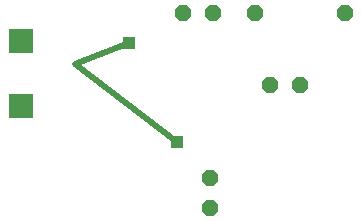
<source format=gbl>
G75*
%MOIN*%
%OFA0B0*%
%FSLAX25Y25*%
%IPPOS*%
%LPD*%
%AMOC8*
5,1,8,0,0,1.08239X$1,22.5*
%
%ADD10OC8,0.05200*%
%ADD11R,0.08268X0.08268*%
%ADD12R,0.03962X0.03962*%
%ADD13C,0.02000*%
D10*
X0107000Y0017000D03*
X0107000Y0027000D03*
X0127000Y0058000D03*
X0137000Y0058000D03*
X0122000Y0082000D03*
X0108000Y0082000D03*
X0098000Y0082000D03*
X0152000Y0082000D03*
D11*
X0044000Y0051173D03*
X0044000Y0072827D03*
D12*
X0080000Y0072000D03*
X0096000Y0039000D03*
D13*
X0062000Y0065000D01*
X0080000Y0072000D01*
M02*

</source>
